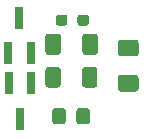
<source format=gbr>
%TF.GenerationSoftware,KiCad,Pcbnew,(5.1.9)-1*%
%TF.CreationDate,2021-01-09T16:59:08-05:00*%
%TF.ProjectId,jouleThief,6a6f756c-6554-4686-9965-662e6b696361,rev?*%
%TF.SameCoordinates,PX7e341b0PY5c0c740*%
%TF.FileFunction,Paste,Top*%
%TF.FilePolarity,Positive*%
%FSLAX46Y46*%
G04 Gerber Fmt 4.6, Leading zero omitted, Abs format (unit mm)*
G04 Created by KiCad (PCBNEW (5.1.9)-1) date 2021-01-09 16:59:08*
%MOMM*%
%LPD*%
G01*
G04 APERTURE LIST*
%ADD10R,0.800000X1.900000*%
G04 APERTURE END LIST*
D10*
%TO.C,Q1*%
X8062000Y4294000D03*
X6162000Y4294000D03*
X7112000Y1294000D03*
%TD*%
%TO.C,L1*%
G36*
G01*
X13030000Y1974001D02*
X13030000Y1073999D01*
G75*
G02*
X12780001Y824000I-249999J0D01*
G01*
X12129999Y824000D01*
G75*
G02*
X11880000Y1073999I0J249999D01*
G01*
X11880000Y1974001D01*
G75*
G02*
X12129999Y2224000I249999J0D01*
G01*
X12780001Y2224000D01*
G75*
G02*
X13030000Y1974001I0J-249999D01*
G01*
G37*
G36*
G01*
X10980000Y1974001D02*
X10980000Y1073999D01*
G75*
G02*
X10730001Y824000I-249999J0D01*
G01*
X10079999Y824000D01*
G75*
G02*
X9830000Y1073999I0J249999D01*
G01*
X9830000Y1974001D01*
G75*
G02*
X10079999Y2224000I249999J0D01*
G01*
X10730001Y2224000D01*
G75*
G02*
X10980000Y1974001I0J-249999D01*
G01*
G37*
%TD*%
%TO.C,R2*%
G36*
G01*
X12356000Y4201000D02*
X12356000Y5451000D01*
G75*
G02*
X12606000Y5701000I250000J0D01*
G01*
X13406000Y5701000D01*
G75*
G02*
X13656000Y5451000I0J-250000D01*
G01*
X13656000Y4201000D01*
G75*
G02*
X13406000Y3951000I-250000J0D01*
G01*
X12606000Y3951000D01*
G75*
G02*
X12356000Y4201000I0J250000D01*
G01*
G37*
G36*
G01*
X9256000Y4201000D02*
X9256000Y5451000D01*
G75*
G02*
X9506000Y5701000I250000J0D01*
G01*
X10306000Y5701000D01*
G75*
G02*
X10556000Y5451000I0J-250000D01*
G01*
X10556000Y4201000D01*
G75*
G02*
X10306000Y3951000I-250000J0D01*
G01*
X9506000Y3951000D01*
G75*
G02*
X9256000Y4201000I0J250000D01*
G01*
G37*
%TD*%
%TO.C,C1*%
G36*
G01*
X13693500Y8270001D02*
X13693500Y6969999D01*
G75*
G02*
X13443501Y6720000I-249999J0D01*
G01*
X12618499Y6720000D01*
G75*
G02*
X12368500Y6969999I0J249999D01*
G01*
X12368500Y8270001D01*
G75*
G02*
X12618499Y8520000I249999J0D01*
G01*
X13443501Y8520000D01*
G75*
G02*
X13693500Y8270001I0J-249999D01*
G01*
G37*
G36*
G01*
X10568500Y8270001D02*
X10568500Y6969999D01*
G75*
G02*
X10318501Y6720000I-249999J0D01*
G01*
X9493499Y6720000D01*
G75*
G02*
X9243500Y6969999I0J249999D01*
G01*
X9243500Y8270001D01*
G75*
G02*
X9493499Y8520000I249999J0D01*
G01*
X10318501Y8520000D01*
G75*
G02*
X10568500Y8270001I0J-249999D01*
G01*
G37*
%TD*%
%TO.C,D2*%
G36*
G01*
X16881000Y3605500D02*
X15631000Y3605500D01*
G75*
G02*
X15381000Y3855500I0J250000D01*
G01*
X15381000Y4780500D01*
G75*
G02*
X15631000Y5030500I250000J0D01*
G01*
X16881000Y5030500D01*
G75*
G02*
X17131000Y4780500I0J-250000D01*
G01*
X17131000Y3855500D01*
G75*
G02*
X16881000Y3605500I-250000J0D01*
G01*
G37*
G36*
G01*
X16881000Y6580500D02*
X15631000Y6580500D01*
G75*
G02*
X15381000Y6830500I0J250000D01*
G01*
X15381000Y7755500D01*
G75*
G02*
X15631000Y8005500I250000J0D01*
G01*
X16881000Y8005500D01*
G75*
G02*
X17131000Y7755500I0J-250000D01*
G01*
X17131000Y6830500D01*
G75*
G02*
X16881000Y6580500I-250000J0D01*
G01*
G37*
%TD*%
%TO.C,Q2*%
X7051000Y9858000D03*
X8001000Y6858000D03*
X6101000Y6858000D03*
%TD*%
%TO.C,R1*%
G36*
G01*
X10133500Y9414500D02*
X10133500Y9889500D01*
G75*
G02*
X10371000Y10127000I237500J0D01*
G01*
X10871000Y10127000D01*
G75*
G02*
X11108500Y9889500I0J-237500D01*
G01*
X11108500Y9414500D01*
G75*
G02*
X10871000Y9177000I-237500J0D01*
G01*
X10371000Y9177000D01*
G75*
G02*
X10133500Y9414500I0J237500D01*
G01*
G37*
G36*
G01*
X11958500Y9414500D02*
X11958500Y9889500D01*
G75*
G02*
X12196000Y10127000I237500J0D01*
G01*
X12696000Y10127000D01*
G75*
G02*
X12933500Y9889500I0J-237500D01*
G01*
X12933500Y9414500D01*
G75*
G02*
X12696000Y9177000I-237500J0D01*
G01*
X12196000Y9177000D01*
G75*
G02*
X11958500Y9414500I0J237500D01*
G01*
G37*
%TD*%
M02*

</source>
